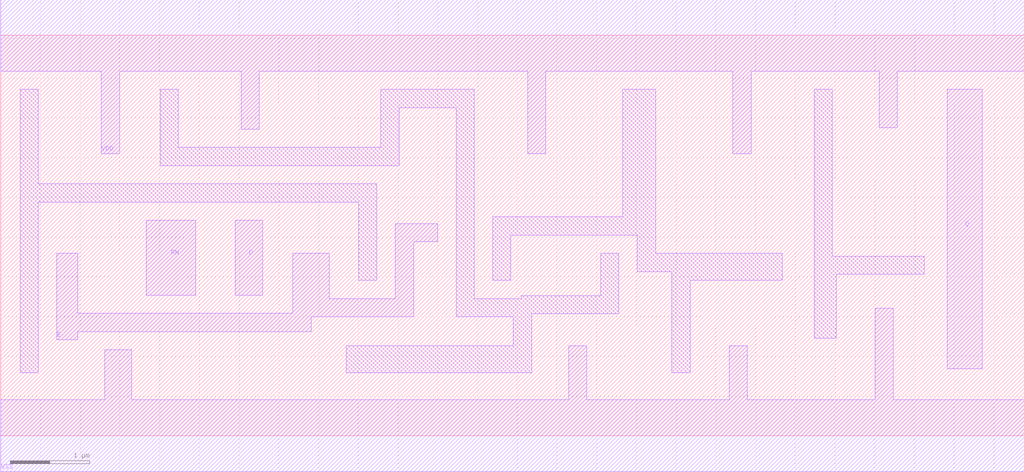
<source format=lef>
# Copyright 2022 GlobalFoundries PDK Authors
#
# Licensed under the Apache License, Version 2.0 (the "License");
# you may not use this file except in compliance with the License.
# You may obtain a copy of the License at
#
#      http://www.apache.org/licenses/LICENSE-2.0
#
# Unless required by applicable law or agreed to in writing, software
# distributed under the License is distributed on an "AS IS" BASIS,
# WITHOUT WARRANTIES OR CONDITIONS OF ANY KIND, either express or implied.
# See the License for the specific language governing permissions and
# limitations under the License.

MACRO gf180mcu_fd_sc_mcu9t5v0__latrnq_1
  CLASS core ;
  FOREIGN gf180mcu_fd_sc_mcu9t5v0__latrnq_1 0.0 0.0 ;
  ORIGIN 0 0 ;
  SYMMETRY X Y ;
  SITE GF018hv5v_green_sc9 ;
  SIZE 12.88 BY 5.04 ;
  PIN D
    DIRECTION INPUT ;
    ANTENNAGATEAREA 0.92 ;
    PORT
      LAYER Metal1 ;
        POLYGON 2.95 1.77 3.295 1.77 3.295 2.71 2.95 2.71  ;
    END
  END D
  PIN E
    DIRECTION INPUT ;
    USE clock ;
    ANTENNAGATEAREA 2.084 ;
    PORT
      LAYER Metal1 ;
        POLYGON 0.705 1.21 0.97 1.21 0.97 1.31 3.905 1.31 3.905 1.495 5.195 1.495 5.195 2.44 5.5 2.44 5.5 2.67 4.965 2.67 4.965 1.725 4.135 1.725 4.135 2.295 3.675 2.295 3.675 1.54 0.97 1.54 0.97 2.295 0.705 2.295  ;
    END
  END E
  PIN RN
    DIRECTION INPUT ;
    ANTENNAGATEAREA 1.34 ;
    PORT
      LAYER Metal1 ;
        POLYGON 1.83 1.77 2.455 1.77 2.455 2.71 1.83 2.71  ;
    END
  END RN
  PIN Q
    DIRECTION OUTPUT ;
    ANTENNADIFFAREA 1.386 ;
    PORT
      LAYER Metal1 ;
        POLYGON 11.91 0.845 12.355 0.845 12.355 4.36 11.91 4.36  ;
    END
  END Q
  PIN VDD
    DIRECTION INOUT ;
    USE power ;
    SHAPE ABUTMENT ;
    PORT
      LAYER Metal1 ;
        POLYGON 0 4.59 1.265 4.59 1.265 3.55 1.495 3.55 1.495 4.59 3.025 4.59 3.025 3.86 3.255 3.86 3.255 4.59 6.63 4.59 6.63 3.55 6.86 3.55 6.86 4.59 9.215 4.59 9.215 3.55 9.445 3.55 9.445 4.59 9.835 4.59 11.055 4.59 11.055 3.875 11.285 3.875 11.285 4.59 11.62 4.59 12.88 4.59 12.88 5.49 11.62 5.49 9.835 5.49 0 5.49  ;
    END
  END VDD
  PIN VSS
    DIRECTION INOUT ;
    USE ground ;
    SHAPE ABUTMENT ;
    PORT
      LAYER Metal1 ;
        POLYGON 0 -0.45 12.88 -0.45 12.88 0.45 11.235 0.45 11.235 1.605 11.005 1.605 11.005 0.45 9.395 0.45 9.395 1.135 9.165 1.135 9.165 0.45 7.375 0.45 7.375 1.135 7.145 1.135 7.145 0.45 1.65 0.45 1.65 1.08 1.31 1.08 1.31 0.45 0 0.45  ;
    END
  END VSS
  OBS
      LAYER Metal1 ;
        POLYGON 0.245 0.795 0.475 0.795 0.475 2.94 4.505 2.94 4.505 1.955 4.735 1.955 4.735 3.17 0.475 3.17 0.475 4.36 0.245 4.36  ;
        POLYGON 2.005 3.4 5.015 3.4 5.015 4.13 5.73 4.13 5.73 1.495 6.45 1.495 6.45 1.135 4.345 1.135 4.345 0.795 6.68 0.795 6.68 1.535 7.78 1.535 7.78 2.295 7.55 2.295 7.55 1.765 6.55 1.765 6.55 1.725 5.96 1.725 5.96 4.36 4.785 4.36 4.785 3.63 2.235 3.63 2.235 4.36 2.005 4.36  ;
        POLYGON 6.19 1.955 6.42 1.955 6.42 2.525 8.01 2.525 8.01 2.065 8.445 2.065 8.445 0.795 8.675 0.795 8.675 1.955 9.835 1.955 9.835 2.295 8.24 2.295 8.24 4.36 7.83 4.36 7.83 2.755 6.19 2.755  ;
        POLYGON 10.235 1.225 10.515 1.225 10.515 2.03 11.62 2.03 11.62 2.26 10.465 2.26 10.465 4.36 10.235 4.36  ;
  END
END gf180mcu_fd_sc_mcu9t5v0__latrnq_1

</source>
